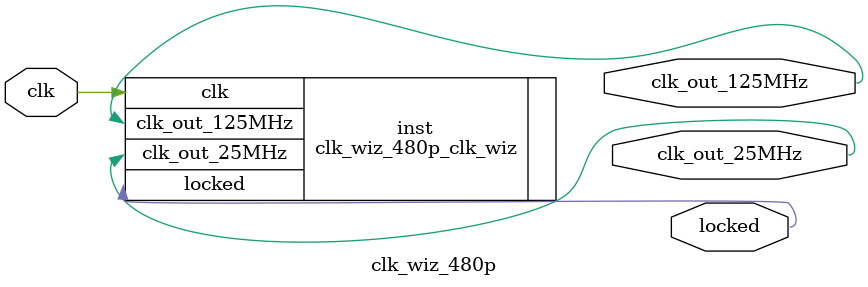
<source format=v>


`timescale 1ps/1ps

(* CORE_GENERATION_INFO = "clk_wiz_480p,clk_wiz_v6_0_11_0_0,{component_name=clk_wiz_480p,use_phase_alignment=true,use_min_o_jitter=false,use_max_i_jitter=false,use_dyn_phase_shift=false,use_inclk_switchover=false,use_dyn_reconfig=false,enable_axi=0,feedback_source=FDBK_AUTO,PRIMITIVE=MMCM,num_out_clk=2,clkin1_period=10.000,clkin2_period=10.000,use_power_down=false,use_reset=false,use_locked=true,use_inclk_stopped=false,feedback_type=SINGLE,CLOCK_MGR_TYPE=NA,manual_override=false}" *)

module clk_wiz_480p 
 (
  // Clock out ports
  output        clk_out_25MHz,
  output        clk_out_125MHz,
  // Status and control signals
  output        locked,
 // Clock in ports
  input         clk
 );

  clk_wiz_480p_clk_wiz inst
  (
  // Clock out ports  
  .clk_out_25MHz(clk_out_25MHz),
  .clk_out_125MHz(clk_out_125MHz),
  // Status and control signals               
  .locked(locked),
 // Clock in ports
  .clk(clk)
  );

endmodule

</source>
